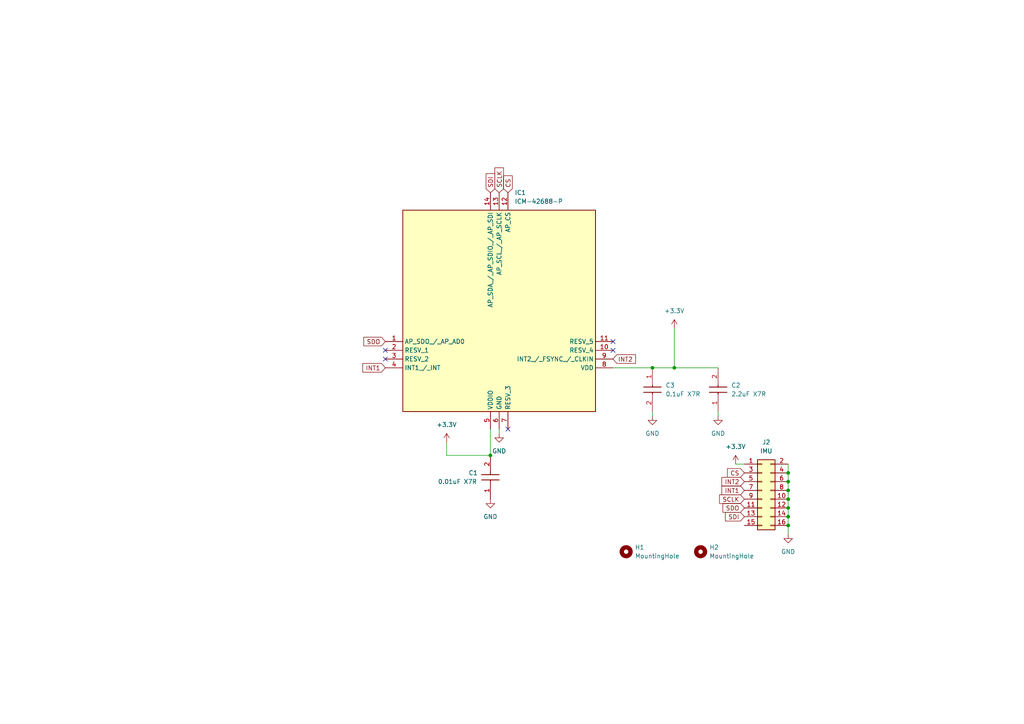
<source format=kicad_sch>
(kicad_sch (version 20250114) (generator "eeschema") (generator_version "9.0")
  (paper "A4")
  (lib_symbols
    (symbol "Connector_Generic:Conn_02x08_Odd_Even" (pin_names (offset 1.016) (hide yes))
      (property "Reference" "J" (at 1.27 10.16 0))
      (property "Value" "Conn_02x08_Odd_Even" (at 1.27 -12.7 0))
      (symbol "Conn_02x08_Odd_Even_1_1"
        (rectangle (start -1.27 8.89) (end 3.81 -11.43) (stroke (width 0.254)) (fill (type background)))
        (rectangle (start -1.27 7.747) (end 0 7.493) (stroke (width 0.1524)))
        (rectangle (start -1.27 5.207) (end 0 4.953) (stroke (width 0.1524)))
        (rectangle (start -1.27 2.667) (end 0 2.413) (stroke (width 0.1524)))
        (rectangle (start -1.27 0.127) (end 0 -0.127) (stroke (width 0.1524)))
        (rectangle (start -1.27 -2.413) (end 0 -2.667) (stroke (width 0.1524)))
        (rectangle (start -1.27 -4.953) (end 0 -5.207) (stroke (width 0.1524)))
        (rectangle (start -1.27 -7.493) (end 0 -7.747) (stroke (width 0.1524)))
        (rectangle (start -1.27 -10.033) (end 0 -10.287) (stroke (width 0.1524)))
        (rectangle (start 3.81 7.747) (end 2.54 7.493) (stroke (width 0.1524)))
        (rectangle (start 3.81 5.207) (end 2.54 4.953) (stroke (width 0.1524)))
        (rectangle (start 3.81 2.667) (end 2.54 2.413) (stroke (width 0.1524)))
        (rectangle (start 3.81 0.127) (end 2.54 -0.127) (stroke (width 0.1524)))
        (rectangle (start 3.81 -2.413) (end 2.54 -2.667) (stroke (width 0.1524)))
        (rectangle (start 3.81 -4.953) (end 2.54 -5.207) (stroke (width 0.1524)))
        (rectangle (start 3.81 -7.493) (end 2.54 -7.747) (stroke (width 0.1524)))
        (rectangle (start 3.81 -10.033) (end 2.54 -10.287) (stroke (width 0.1524)))
        (pin passive line (at -5.08 7.62 0) (length 3.81) (name "Pin_1") (number "1"))
        (pin passive line (at -5.08 5.08 0) (length 3.81) (name "Pin_3") (number "3"))
        (pin passive line (at -5.08 2.54 0) (length 3.81) (name "Pin_5") (number "5"))
        (pin passive line (at -5.08 0 0) (length 3.81) (name "Pin_7") (number "7"))
        (pin passive line (at -5.08 -2.54 0) (length 3.81) (name "Pin_9") (number "9"))
        (pin passive line (at -5.08 -5.08 0) (length 3.81) (name "Pin_11") (number "11"))
        (pin passive line (at -5.08 -7.62 0) (length 3.81) (name "Pin_13") (number "13"))
        (pin passive line (at -5.08 -10.16 0) (length 3.81) (name "Pin_15") (number "15"))
        (pin passive line (at 7.62 7.62 180) (length 3.81) (name "Pin_2") (number "2"))
        (pin passive line (at 7.62 5.08 180) (length 3.81) (name "Pin_4") (number "4"))
        (pin passive line (at 7.62 2.54 180) (length 3.81) (name "Pin_6") (number "6"))
        (pin passive line (at 7.62 0 180) (length 3.81) (name "Pin_8") (number "8"))
        (pin passive line (at 7.62 -2.54 180) (length 3.81) (name "Pin_10") (number "10"))
        (pin passive line (at 7.62 -5.08 180) (length 3.81) (name "Pin_12") (number "12"))
        (pin passive line (at 7.62 -7.62 180) (length 3.81) (name "Pin_14") (number "14"))
        (pin passive line (at 7.62 -10.16 180) (length 3.81) (name "Pin_16") (number "16"))
      )
    )
    (symbol "Mechanical:MountingHole" (pin_names (offset 1.016))
      (property "Reference" "H" (at 0 5.08 0))
      (property "Value" "MountingHole" (at 0 3.175 0))
      (symbol "MountingHole_0_1"
        (circle (center 0 0) (radius 1.27) (stroke (width 1.27)))
      )
    )
    (symbol "SamacSys_Parts:08056C225KAT2A" (pin_names (hide yes))
      (property "Reference" "C" (at 8.89 6.35 0))
      (property "Value" "08056C225KAT2A" (at 8.89 3.81 0))
      (symbol "08056C225KAT2A_1_1"
        (polyline (pts (xy 5.08 0) (xy 5.588 0)) (stroke (width 0.254)))
        (polyline (pts (xy 5.588 2.54) (xy 5.588 -2.54)) (stroke (width 0.254)))
        (polyline (pts (xy 7.112 2.54) (xy 7.112 -2.54)) (stroke (width 0.254)))
        (polyline (pts (xy 7.112 0) (xy 7.62 0)) (stroke (width 0.254)))
        (pin passive line (at 0 0 0) (length 5.08) (name "1") (number "1"))
        (pin passive line (at 12.7 0 180) (length 5.08) (name "2") (number "2"))
      )
    )
    (symbol "SamacSys_Parts:ICM-42688-P"
      (property "Reference" "IC" (at 62.23 43.18 0))
      (property "Value" "ICM-42688-P" (at 62.23 40.64 0))
      (symbol "ICM-42688-P_1_1"
        (rectangle (start 5.08 38.1) (end 60.96 -20.32) (stroke (width 0.254)) (fill (type background)))
        (pin passive line (at 0 0 0) (length 5.08) (name "AP_SDO_/_AP_AD0") (number "1"))
        (pin passive line (at 0 -2.54 0) (length 5.08) (name "RESV_1") (number "2"))
        (pin passive line (at 0 -5.08 0) (length 5.08) (name "RESV_2") (number "3"))
        (pin passive line (at 0 -7.62 0) (length 5.08) (name "INT1_/_INT") (number "4"))
        (pin passive line (at 30.48 43.18 270) (length 5.08) (name "AP_SDA_/_AP_SDIO_/_AP_SDI") (number "14"))
        (pin passive line (at 30.48 -25.4 90) (length 5.08) (name "VDDIO") (number "5"))
        (pin passive line (at 33.02 43.18 270) (length 5.08) (name "AP_SCL_/_AP_SCLK") (number "13"))
        (pin passive line (at 33.02 -25.4 90) (length 5.08) (name "GND") (number "6"))
        (pin passive line (at 35.56 43.18 270) (length 5.08) (name "AP_CS") (number "12"))
        (pin passive line (at 35.56 -25.4 90) (length 5.08) (name "RESV_3") (number "7"))
        (pin passive line (at 66.04 0 180) (length 5.08) (name "RESV_5") (number "11"))
        (pin passive line (at 66.04 -2.54 180) (length 5.08) (name "RESV_4") (number "10"))
        (pin passive line (at 66.04 -5.08 180) (length 5.08) (name "INT2_/_FSYNC_/_CLKIN") (number "9"))
        (pin passive line (at 66.04 -7.62 180) (length 5.08) (name "VDD") (number "8"))
      )
    )
    (symbol "SamacSys_Parts:KAF21BR72A103JT" (pin_names (hide yes))
      (property "Reference" "C" (at 8.89 6.35 0))
      (property "Value" "KAF21BR72A103JT" (at 8.89 3.81 0))
      (symbol "KAF21BR72A103JT_1_1"
        (polyline (pts (xy 5.08 0) (xy 5.588 0)) (stroke (width 0.254)))
        (polyline (pts (xy 5.588 2.54) (xy 5.588 -2.54)) (stroke (width 0.254)))
        (polyline (pts (xy 7.112 2.54) (xy 7.112 -2.54)) (stroke (width 0.254)))
        (polyline (pts (xy 7.112 0) (xy 7.62 0)) (stroke (width 0.254)))
        (pin passive line (at 0 0 0) (length 5.08) (name "1") (number "1"))
        (pin passive line (at 12.7 0 180) (length 5.08) (name "2") (number "2"))
      )
    )
    (symbol "SamacSys_Parts:KAM21BR71H104JT" (pin_names (hide yes))
      (property "Reference" "C" (at 8.89 6.35 0))
      (property "Value" "KAM21BR71H104JT" (at 8.89 3.81 0))
      (symbol "KAM21BR71H104JT_1_1"
        (polyline (pts (xy 5.08 0) (xy 5.588 0)) (stroke (width 0.254)))
        (polyline (pts (xy 5.588 2.54) (xy 5.588 -2.54)) (stroke (width 0.254)))
        (polyline (pts (xy 7.112 2.54) (xy 7.112 -2.54)) (stroke (width 0.254)))
        (polyline (pts (xy 7.112 0) (xy 7.62 0)) (stroke (width 0.254)))
        (pin passive line (at 0 0 0) (length 5.08) (name "1") (number "1"))
        (pin passive line (at 12.7 0 180) (length 5.08) (name "2") (number "2"))
      )
    )
    (symbol "power:+3.3V" (power) (pin_names (offset 0))
      (property "Value" "+3.3V" (at 0 3.556 0))
      (symbol "+3.3V_0_1"
        (polyline (pts (xy -0.762 1.27) (xy 0 2.54)))
        (polyline (pts (xy 0 2.54) (xy 0.762 1.27)))
        (polyline (pts (xy 0 0) (xy 0 2.54)))
      )
      (symbol "+3.3V_1_1"
        (pin power_in line (at 0 0 90) (length 0) (hide yes) (name "+3.3V") (number "1"))
      )
    )
    (symbol "power:GND" (power) (pin_names (offset 0))
      (property "Value" "GND" (at 0 -3.81 0))
      (symbol "GND_0_1"
        (polyline (pts (xy 0 0) (xy 0 -1.27) (xy 1.27 -1.27) (xy 0 -2.54) (xy -1.27 -1.27) (xy 0 -1.27)))
      )
      (symbol "GND_1_1"
        (pin power_in line (at 0 0 270) (length 0) (hide yes) (name "GND") (number "1"))
      )
    )
  )
  (junction (at 189.23 106.68))
  (junction (at 228.6 137.16))
  (junction (at 228.6 152.4))
  (junction (at 228.6 144.78))
  (junction (at 142.24 132.08))
  (junction (at 228.6 147.32))
  (junction (at 228.6 139.7))
  (junction (at 195.58 106.68))
  (junction (at 228.6 142.24))
  (junction (at 228.6 149.86))
  (no_connect (at 177.8 99.06))
  (no_connect (at 111.76 101.6))
  (no_connect (at 177.8 101.6))
  (no_connect (at 147.32 124.46))
  (no_connect (at 111.76 104.14))
  (wire (pts (xy 208.28 119.38) (xy 208.28 120.65)))
  (wire (pts (xy 228.6 139.7) (xy 228.6 142.24)))
  (wire (pts (xy 228.6 134.62) (xy 228.6 137.16)))
  (wire (pts (xy 228.6 147.32) (xy 228.6 149.86)))
  (wire (pts (xy 195.58 95.25) (xy 195.58 106.68)))
  (wire (pts (xy 228.6 142.24) (xy 228.6 144.78)))
  (wire (pts (xy 228.6 149.86) (xy 228.6 152.4)))
  (wire (pts (xy 144.78 124.46) (xy 144.78 125.73)))
  (wire (pts (xy 177.8 106.68) (xy 189.23 106.68)))
  (wire (pts (xy 189.23 119.38) (xy 189.23 120.65)))
  (wire (pts (xy 142.24 132.08) (xy 142.24 124.46)))
  (wire (pts (xy 228.6 137.16) (xy 228.6 139.7)))
  (wire (pts (xy 195.58 106.68) (xy 208.28 106.68)))
  (wire (pts (xy 129.54 132.08) (xy 142.24 132.08)))
  (wire (pts (xy 129.54 128.27) (xy 129.54 132.08)))
  (wire (pts (xy 228.6 144.78) (xy 228.6 147.32)))
  (wire (pts (xy 228.6 152.4) (xy 228.6 154.94)))
  (wire (pts (xy 213.36 134.62) (xy 215.9 134.62)))
  (wire (pts (xy 189.23 106.68) (xy 195.58 106.68)))
  (global_label "INT2" (shape input) (at 215.9 139.7 180) (property "Intersheetrefs" "${INTERSHEET_REFS}" (effects (hide yes))))
  (global_label "CS" (shape input) (at 215.9 137.16 180) (property "Intersheetrefs" "${INTERSHEET_REFS}" (effects (hide yes))))
  (global_label "SDO" (shape input) (at 111.76 99.06 180) (property "Intersheetrefs" "${INTERSHEET_REFS}" (effects (hide yes))))
  (global_label "INT2" (shape input) (at 177.8 104.14 0) (property "Intersheetrefs" "${INTERSHEET_REFS}" (effects (hide yes))))
  (global_label "SDI" (shape input) (at 142.24 55.88 90) (property "Intersheetrefs" "${INTERSHEET_REFS}" (effects (hide yes))))
  (global_label "INT1" (shape input) (at 215.9 142.24 180) (property "Intersheetrefs" "${INTERSHEET_REFS}" (effects (hide yes))))
  (global_label "SDI" (shape input) (at 215.9 149.86 180) (property "Intersheetrefs" "${INTERSHEET_REFS}" (effects (hide yes))))
  (global_label "INT1" (shape input) (at 111.76 106.68 180) (property "Intersheetrefs" "${INTERSHEET_REFS}" (effects (hide yes))))
  (global_label "SDO" (shape input) (at 215.9 147.32 180) (property "Intersheetrefs" "${INTERSHEET_REFS}" (effects (hide yes))))
  (global_label "SCLK" (shape input) (at 144.78 55.88 90) (property "Intersheetrefs" "${INTERSHEET_REFS}" (effects (hide yes))))
  (global_label "SCLK" (shape input) (at 215.9 144.78 180) (property "Intersheetrefs" "${INTERSHEET_REFS}" (effects (hide yes))))
  (global_label "CS" (shape input) (at 147.32 55.88 90) (property "Intersheetrefs" "${INTERSHEET_REFS}" (effects (hide yes))))
  (symbol (lib_id "power:GND") (at 208.28 120.65 0) (unit 1)
    (property "Reference" "#PWR06" (effects (hide yes)))
    (property "Value" "GND" (at 208.28 125.73 0))
  )
  (symbol (lib_id "power:GND") (at 189.23 120.65 0) (unit 1)
    (property "Reference" "#PWR01" (effects (hide yes)))
    (property "Value" "GND" (at 189.23 125.73 0))
  )
  (symbol (lib_id "SamacSys_Parts:08056C225KAT2A") (at 208.28 119.38 90) (unit 1)
    (property "Reference" "C2" (at 212.09 111.76 90) (effects (justify right)))
    (property "Value" "2.2uF X7R" (at 212.09 114.3 90) (effects (justify right)))
    (property "Footprint" "CAPC2012X152N" (effects (hide yes)))
    (property "Datasheet" "https://componentsearchengine.com/Datasheets/1/08056C225KAT2A.pdf" (effects (hide yes)))
    (property "Height" "1.52" (effects (hide yes)))
    (property "Mouser Part Number" "581-08056C225KAT2A" (effects (hide yes)))
    (property "Mouser Price/Stock" "https://www.mouser.com/Search/Refine.aspx?Keyword=581-08056C225KAT2A" (effects (hide yes)))
    (property "Manufacturer_Name" "Kyocera AVX" (effects (hide yes)))
    (property "Manufacturer_Part_Number" "08056C225KAT2A" (effects (hide yes)))
  )
  (symbol (lib_id "Mechanical:MountingHole") (at 203.2 160.02 0) (unit 1)
    (property "Reference" "H2" (at 205.74 158.75 0) (effects (justify left)))
    (property "Value" "MountingHole" (at 205.74 161.29 0) (effects (justify left)))
    (property "Footprint" "MountingHole:MountingHole_3.2mm_M3" (effects (hide yes)))
  )
  (symbol (lib_id "Mechanical:MountingHole") (at 181.61 160.02 0) (unit 1)
    (property "Reference" "H1" (at 184.15 158.75 0) (effects (justify left)))
    (property "Value" "MountingHole" (at 184.15 161.29 0) (effects (justify left)))
    (property "Footprint" "MountingHole:MountingHole_3.2mm_M3" (effects (hide yes)))
  )
  (symbol (lib_id "SamacSys_Parts:KAM21BR71H104JT") (at 189.23 106.68 270) (unit 1)
    (property "Reference" "C3" (at 193.04 111.76 90) (effects (justify left)))
    (property "Value" "0.1uF X7R" (at 193.04 114.3 90) (effects (justify left)))
    (property "Footprint" "CAPC2012X94N" (effects (hide yes)))
    (property "Datasheet" "https://spicat.kyocera-avx.com/product/mlcc/chartview/KAM21BR71H104JT/DataSheet/X7R" (effects (hide yes)))
    (property "Height" "0.94" (effects (hide yes)))
    (property "Mouser Part Number" "581-KAM21BR71H104JT" (effects (hide yes)))
    (property "Mouser Price/Stock" "https://www.mouser.co.uk/ProductDetail/KYOCERA-AVX/KAM21BR71H104JT?qs=Jm2GQyTW%2Fbic6Zk4McEt6w%3D%3D" (effects (hide yes)))
    (property "Manufacturer_Name" "Kyocera AVX" (effects (hide yes)))
    (property "Manufacturer_Part_Number" "KAM21BR71H104JT" (effects (hide yes)))
  )
  (symbol (lib_id "SamacSys_Parts:ICM-42688-P") (at 111.76 99.06 0) (unit 1)
    (property "Reference" "IC1" (at 149.2759 55.88 0) (effects (justify left)))
    (property "Value" "ICM-42688-P" (at 149.2759 58.42 0) (effects (justify left)))
    (property "Footprint" "IIM42352" (effects (hide yes)))
    (property "Datasheet" "https://3cfeqx1hf82y3xcoull08ihx-wpengine.netdna-ssl.com/wp-content/uploads/2021/06/DS-000347-ICM-42688-P-v1.5.pdf" (effects (hide yes)))
    (property "Mouser Part Number" "410-ICM-42688-P" (effects (hide yes)))
    (property "Mouser Price/Stock" "https://www.mouser.co.uk/ProductDetail/TDK-InvenSense/ICM-42688-P?qs=OlC7AqGiEDk8QrNAV728zw%3D%3D" (effects (hide yes)))
    (property "Manufacturer_Name" "TDK" (effects (hide yes)))
    (property "Manufacturer_Part_Number" "ICM-42688-P" (effects (hide yes)))
  )
  (symbol (lib_id "power:GND") (at 144.78 125.73 0) (unit 1)
    (property "Reference" "#PWR05" (effects (hide yes)))
    (property "Value" "GND" (at 144.78 130.81 0))
  )
  (symbol (lib_id "Connector_Generic:Conn_02x08_Odd_Even") (at 220.98 142.24 0) (unit 1)
    (property "Reference" "J2" (at 222.25 128.27 0))
    (property "Value" "IMU" (at 222.25 130.81 0))
    (property "Footprint" "Connector_IDC:IDC-Header_2x08_P2.54mm_Vertical" (effects (hide yes)))
  )
  (symbol (lib_id "power:+3.3V") (at 195.58 95.25 0) (unit 1)
    (property "Reference" "#PWR02" (effects (hide yes)))
    (property "Value" "+3.3V" (at 195.58 90.17 0))
  )
  (symbol (lib_id "power:GND") (at 228.6 154.94 0) (unit 1)
    (property "Reference" "#PWR09" (effects (hide yes)))
    (property "Value" "GND" (at 228.6 160.02 0))
  )
  (symbol (lib_id "power:GND") (at 142.24 144.78 0) (unit 1)
    (property "Reference" "#PWR03" (effects (hide yes)))
    (property "Value" "GND" (at 142.24 149.86 0))
  )
  (symbol (lib_id "power:+3.3V") (at 213.36 134.62 0) (unit 1)
    (property "Reference" "#PWR08" (effects (hide yes)))
    (property "Value" "+3.3V" (at 213.36 129.54 0))
  )
  (symbol (lib_id "power:+3.3V") (at 129.54 128.27 0) (unit 1)
    (property "Reference" "#PWR04" (effects (hide yes)))
    (property "Value" "+3.3V" (at 129.54 123.19 0))
  )
  (symbol (lib_id "SamacSys_Parts:KAF21BR72A103JT") (at 142.24 144.78 90) (unit 1)
    (property "Reference" "C1" (at 135.89 137.16 90) (effects (justify right)))
    (property "Value" "0.01uF X7R" (at 127 139.7 90) (effects (justify right)))
    (property "Footprint" "CAPC2012X94N" (effects (hide yes)))
    (property "Height" "0.94" (effects (hide yes)))
    (property "Mouser Part Number" "581-KAF21BR72A103JT" (effects (hide yes)))
    (property "Mouser Price/Stock" "https://www.mouser.co.uk/ProductDetail/KYOCERA-AVX/KAF21BR72A103JT?qs=Jm2GQyTW%2Fbiu9dbnlAVfgQ%3D%3D" (effects (hide yes)))
    (property "Manufacturer_Name" "Kyocera AVX" (effects (hide yes)))
    (property "Manufacturer_Part_Number" "KAF21BR72A103JT" (effects (hide yes)))
  )
)
</source>
